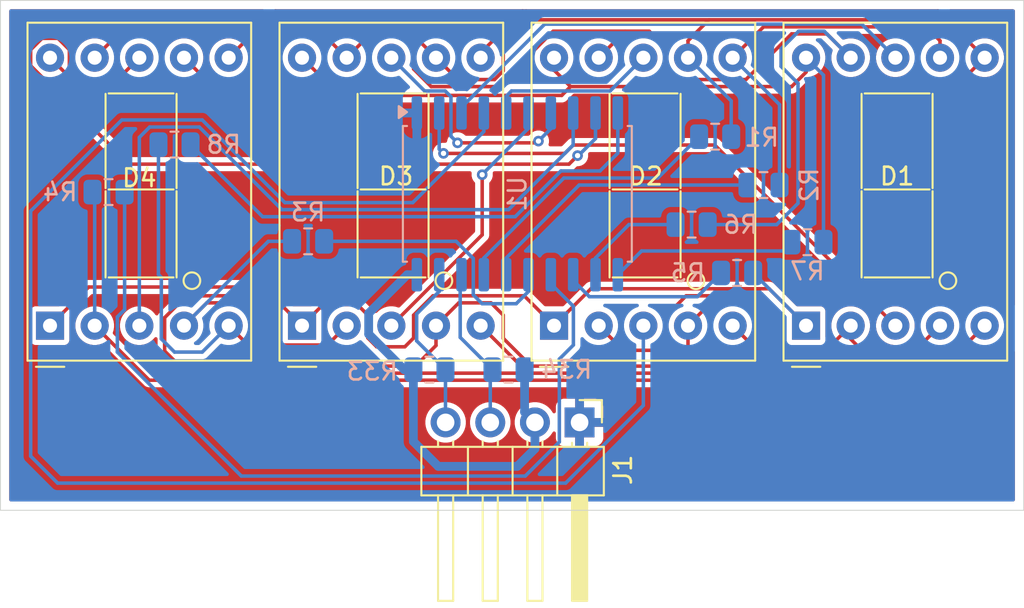
<source format=kicad_pcb>
(kicad_pcb (version 20241229) (generator "pcbnew") (generator_version "9.0")
  (layers (0 "F.Cu" signal) (2 "B.Cu" signal) (13 "F.Paste" user) (15 "B.Paste" user) (5 "F.SilkS" user "F.Silkscreen") (7 "B.SilkS" user "B.Silkscreen") (1 "F.Mask" user) (3 "B.Mask" user) (25 "Edge.Cuts" user))
  (net 0 "")
  (net 1 "Net-(U1-ROW0)")
  (net 2 "Net-(U1-ROW1)")
  (net 3 "Net-(U1-ROW2)")
  (net 4 "Net-(U1-ROW3)")
  (net 5 "Net-(U1-COM0)")
  (net 6 "Net-(U1-COM1)")
  (net 7 "Net-(U1-ROW4)")
  (net 8 "Net-(U1-ROW5)")
  (net 9 "Net-(U1-ROW6)")
  (net 10 "Net-(U1-ROW7)")
  (net 11 "Net-(U1-COM3)")
  (net 12 "Net-(U1-COM2)")
  (net 13 "Net-(U1-COM5)")
  (net 14 "Net-(U1-COM4)")
  (net 15 "Net-(U1-COM6)")
  (net 16 "Net-(U1-COM7)")
  (net 17 "/sda")
  (net 18 "VCC")
  (net 19 "GND")
  (net 20 "/scl")
  (net 21 "/segment-A")
  (net 22 "/segment-B")
  (net 23 "/segment-C")
  (net 24 "/segment-D")
  (net 25 "/segment-E")
  (net 26 "/segment-F")
  (net 27 "/segment-G")
  (net 28 "/DP")
  (footprint "Display_7Segment:D1X8K" (layer "F.Cu") (at 135.42 111.4975 90)
    (property "Reference" "D4" (at 8.3975 5.08 180) (layer "F.SilkS"))
    (property "Value" "D168K")
    (fp_line (start 17.23 -1.28) (end -1.99 -1.28) (stroke (width 0.12)) (layer "F.SilkS"))
    (fp_line (start 17.23 -1.28) (end 17.23 11.44) (stroke (width 0.12)) (layer "F.SilkS"))
    (fp_line (start -1.99 -1.28) (end -1.99 11.44) (stroke (width 0.12)) (layer "F.SilkS"))
    (fp_line (start -2.34 -0.8) (end -2.34 0.81) (stroke (width 0.12)) (layer "F.SilkS"))
    (fp_line (start 13.1832 3.1594) (end 7.8238 3.1594) (stroke (width 0.12)) (layer "F.SilkS"))
    (fp_line (start 7.646 3.1594) (end 2.7438 3.1594) (stroke (width 0.12)) (layer "F.SilkS"))
    (fp_line (start 13.2086 3.3372) (end 13.2086 7.0202) (stroke (width 0.12)) (layer "F.SilkS"))
    (fp_line (start 7.7476 3.3372) (end 7.7476 7.0202) (stroke (width 0.12)) (layer "F.SilkS"))
    (fp_line (start 2.7438 3.3372) (end 2.7438 7.0202) (stroke (width 0.12)) (layer "F.SilkS"))
    (fp_line (start 13.1832 7.198) (end 7.8238 7.198) (stroke (width 0.12)) (layer "F.SilkS"))
    (fp_line (start 7.646 7.198) (end 2.7438 7.198) (stroke (width 0.12)) (layer "F.SilkS"))
    (fp_line (start 17.23 11.44) (end -1.99 11.44) (stroke (width 0.12)) (layer "F.SilkS"))
    (fp_circle (center 2.557533 8.07) (end 2.836933 7.689) (stroke (width 0.12)) (fill no) (layer "F.SilkS"))
    (pad "1" thru_hole rect (at 0 0) (size 1.6 1.6) (drill 0.8) (layers "*.Cu" "*.Mask") (net 25 "/segment-E"))
    (pad "2" thru_hole circle (at 0 2.54) (size 1.6 1.6) (drill 0.8) (layers "*.Cu" "*.Mask") (net 24 "/segment-D"))
    (pad "3" thru_hole circle (at 0 5.08) (size 1.6 1.6) (drill 0.8) (layers "*.Cu" "*.Mask") (net 15 "Net-(U1-COM6)"))
    (pad "4" thru_hole circle (at 0 7.62) (size 1.6 1.6) (drill 0.8) (layers "*.Cu" "*.Mask") (net 23 "/segment-C"))
    (pad "5" thru_hole circle (at 0 10.16) (size 1.6 1.6) (drill 0.8) (layers "*.Cu" "*.Mask") (net 28 "/DP"))
    (pad "6" thru_hole circle (at 15.24 10.16) (size 1.6 1.6) (drill 0.8) (layers "*.Cu" "*.Mask") (net 22 "/segment-B"))
    (pad "7" thru_hole circle (at 15.24 7.62) (size 1.6 1.6) (drill 0.8) (layers "*.Cu" "*.Mask") (net 21 "/segment-A"))
    (pad "8" thru_hole circle (at 15.24 5.08) (size 1.6 1.6) (drill 0.8) (layers "*.Cu" "*.Mask") (net 16 "Net-(U1-COM7)"))
    (pad "9" thru_hole circle (at 15.24 2.54) (size 1.6 1.6) (drill 0.8) (layers "*.Cu" "*.Mask") (net 26 "/segment-F"))
    (pad "10" thru_hole circle (at 15.24 0) (size 1.6 1.6) (drill 0.8) (layers "*.Cu" "*.Mask") (net 27 "/segment-G"))
  )
  (footprint "Display_7Segment:D1X8K" (layer "F.Cu") (at 178.42 111.4975 90)
    (property "Reference" "D1" (at 8.4975 5.18 180) (layer "F.SilkS"))
    (property "Value" "D168K")
    (fp_line (start 17.23 -1.28) (end -1.99 -1.28) (stroke (width 0.12)) (layer "F.SilkS"))
    (fp_line (start 17.23 -1.28) (end 17.23 11.44) (stroke (width 0.12)) (layer "F.SilkS"))
    (fp_line (start -1.99 -1.28) (end -1.99 11.44) (stroke (width 0.12)) (layer "F.SilkS"))
    (fp_line (start -2.34 -0.8) (end -2.34 0.81) (stroke (width 0.12)) (layer "F.SilkS"))
    (fp_line (start 13.1832 3.1594) (end 7.8238 3.1594) (stroke (width 0.12)) (layer "F.SilkS"))
    (fp_line (start 7.646 3.1594) (end 2.7438 3.1594) (stroke (width 0.12)) (layer "F.SilkS"))
    (fp_line (start 13.2086 3.3372) (end 13.2086 7.0202) (stroke (width 0.12)) (layer "F.SilkS"))
    (fp_line (start 7.7476 3.3372) (end 7.7476 7.0202) (stroke (width 0.12)) (layer "F.SilkS"))
    (fp_line (start 2.7438 3.3372) (end 2.7438 7.0202) (stroke (width 0.12)) (layer "F.SilkS"))
    (fp_line (start 13.1832 7.198) (end 7.8238 7.198) (stroke (width 0.12)) (layer "F.SilkS"))
    (fp_line (start 7.646 7.198) (end 2.7438 7.198) (stroke (width 0.12)) (layer "F.SilkS"))
    (fp_line (start 17.23 11.44) (end -1.99 11.44) (stroke (width 0.12)) (layer "F.SilkS"))
    (fp_circle (center 2.557533 8.07) (end 2.836933 7.689) (stroke (width 0.12)) (fill no) (layer "F.SilkS"))
    (pad "1" thru_hole rect (at 0 0) (size 1.6 1.6) (drill 0.8) (layers "*.Cu" "*.Mask") (net 25 "/segment-E"))
    (pad "2" thru_hole circle (at 0 2.54) (size 1.6 1.6) (drill 0.8) (layers "*.Cu" "*.Mask") (net 24 "/segment-D"))
    (pad "3" thru_hole circle (at 0 5.08) (size 1.6 1.6) (drill 0.8) (layers "*.Cu" "*.Mask") (net 5 "Net-(U1-COM0)"))
    (pad "4" thru_hole circle (at 0 7.62) (size 1.6 1.6) (drill 0.8) (layers "*.Cu" "*.Mask") (net 23 "/segment-C"))
    (pad "5" thru_hole circle (at 0 10.16) (size 1.6 1.6) (drill 0.8) (layers "*.Cu" "*.Mask") (net 28 "/DP"))
    (pad "6" thru_hole circle (at 15.24 10.16) (size 1.6 1.6) (drill 0.8) (layers "*.Cu" "*.Mask") (net 22 "/segment-B"))
    (pad "7" thru_hole circle (at 15.24 7.62) (size 1.6 1.6) (drill 0.8) (layers "*.Cu" "*.Mask") (net 21 "/segment-A"))
    (pad "8" thru_hole circle (at 15.24 5.08) (size 1.6 1.6) (drill 0.8) (layers "*.Cu" "*.Mask") (net 6 "Net-(U1-COM1)"))
    (pad "9" thru_hole circle (at 15.24 2.54) (size 1.6 1.6) (drill 0.8) (layers "*.Cu" "*.Mask") (net 26 "/segment-F"))
    (pad "10" thru_hole circle (at 15.24 0) (size 1.6 1.6) (drill 0.8) (layers "*.Cu" "*.Mask") (net 27 "/segment-G"))
  )
  (footprint "Display_7Segment:D1X8K" (layer "F.Cu") (at 149.753333 111.4975 90)
    (property "Reference" "D3" (at 8.4975 5.346667 180) (layer "F.SilkS"))
    (property "Value" "D168K")
    (fp_line (start 17.23 -1.28) (end -1.99 -1.28) (stroke (width 0.12)) (layer "F.SilkS"))
    (fp_line (start 17.23 -1.28) (end 17.23 11.44) (stroke (width 0.12)) (layer "F.SilkS"))
    (fp_line (start -1.99 -1.28) (end -1.99 11.44) (stroke (width 0.12)) (layer "F.SilkS"))
    (fp_line (start -2.34 -0.8) (end -2.34 0.81) (stroke (width 0.12)) (layer "F.SilkS"))
    (fp_line (start 13.1832 3.1594) (end 7.8238 3.1594) (stroke (width 0.12)) (layer "F.SilkS"))
    (fp_line (start 7.646 3.1594) (end 2.7438 3.1594) (stroke (width 0.12)) (layer "F.SilkS"))
    (fp_line (start 13.2086 3.3372) (end 13.2086 7.0202) (stroke (width 0.12)) (layer "F.SilkS"))
    (fp_line (start 7.7476 3.3372) (end 7.7476 7.0202) (stroke (width 0.12)) (layer "F.SilkS"))
    (fp_line (start 2.7438 3.3372) (end 2.7438 7.0202) (stroke (width 0.12)) (layer "F.SilkS"))
    (fp_line (start 13.1832 7.198) (end 7.8238 7.198) (stroke (width 0.12)) (layer "F.SilkS"))
    (fp_line (start 7.646 7.198) (end 2.7438 7.198) (stroke (width 0.12)) (layer "F.SilkS"))
    (fp_line (start 17.23 11.44) (end -1.99 11.44) (stroke (width 0.12)) (layer "F.SilkS"))
    (fp_circle (center 2.557533 8.07) (end 2.836933 7.689) (stroke (width 0.12)) (fill no) (layer "F.SilkS"))
    (pad "1" thru_hole rect (at 0 0) (size 1.6 1.6) (drill 0.8) (layers "*.Cu" "*.Mask") (net 25 "/segment-E"))
    (pad "2" thru_hole circle (at 0 2.54) (size 1.6 1.6) (drill 0.8) (layers "*.Cu" "*.Mask") (net 24 "/segment-D"))
    (pad "3" thru_hole circle (at 0 5.08) (size 1.6 1.6) (drill 0.8) (layers "*.Cu" "*.Mask") (net 14 "Net-(U1-COM4)"))
    (pad "4" thru_hole circle (at 0 7.62) (size 1.6 1.6) (drill 0.8) (layers "*.Cu" "*.Mask") (net 23 "/segment-C"))
    (pad "5" thru_hole circle (at 0 10.16) (size 1.6 1.6) (drill 0.8) (layers "*.Cu" "*.Mask") (net 28 "/DP"))
    (pad "6" thru_hole circle (at 15.24 10.16) (size 1.6 1.6) (drill 0.8) (layers "*.Cu" "*.Mask") (net 22 "/segment-B"))
    (pad "7" thru_hole circle (at 15.24 7.62) (size 1.6 1.6) (drill 0.8) (layers "*.Cu" "*.Mask") (net 21 "/segment-A"))
    (pad "8" thru_hole circle (at 15.24 5.08) (size 1.6 1.6) (drill 0.8) (layers "*.Cu" "*.Mask") (net 13 "Net-(U1-COM5)"))
    (pad "9" thru_hole circle (at 15.24 2.54) (size 1.6 1.6) (drill 0.8) (layers "*.Cu" "*.Mask") (net 26 "/segment-F"))
    (pad "10" thru_hole circle (at 15.24 0) (size 1.6 1.6) (drill 0.8) (layers "*.Cu" "*.Mask") (net 27 "/segment-G"))
  )
  (footprint "Display_7Segment:D1X8K" (layer "F.Cu") (at 164.086667 111.4975 90)
    (property "Reference" "D2" (at 8.4975 5.213333 180) (layer "F.SilkS"))
    (property "Value" "D168K")
    (fp_line (start 17.23 -1.28) (end -1.99 -1.28) (stroke (width 0.12)) (layer "F.SilkS"))
    (fp_line (start 17.23 -1.28) (end 17.23 11.44) (stroke (width 0.12)) (layer "F.SilkS"))
    (fp_line (start -1.99 -1.28) (end -1.99 11.44) (stroke (width 0.12)) (layer "F.SilkS"))
    (fp_line (start -2.34 -0.8) (end -2.34 0.81) (stroke (width 0.12)) (layer "F.SilkS"))
    (fp_line (start 13.1832 3.1594) (end 7.8238 3.1594) (stroke (width 0.12)) (layer "F.SilkS"))
    (fp_line (start 7.646 3.1594) (end 2.7438 3.1594) (stroke (width 0.12)) (layer "F.SilkS"))
    (fp_line (start 13.2086 3.3372) (end 13.2086 7.0202) (stroke (width 0.12)) (layer "F.SilkS"))
    (fp_line (start 7.7476 3.3372) (end 7.7476 7.0202) (stroke (width 0.12)) (layer "F.SilkS"))
    (fp_line (start 2.7438 3.3372) (end 2.7438 7.0202) (stroke (width 0.12)) (layer "F.SilkS"))
    (fp_line (start 13.1832 7.198) (end 7.8238 7.198) (stroke (width 0.12)) (layer "F.SilkS"))
    (fp_line (start 7.646 7.198) (end 2.7438 7.198) (stroke (width 0.12)) (layer "F.SilkS"))
    (fp_line (start 17.23 11.44) (end -1.99 11.44) (stroke (width 0.12)) (layer "F.SilkS"))
    (fp_circle (center 2.557533 8.07) (end 2.836933 7.689) (stroke (width 0.12)) (fill no) (layer "F.SilkS"))
    (pad "1" thru_hole rect (at 0 0) (size 1.6 1.6) (drill 0.8) (layers "*.Cu" "*.Mask") (net 25 "/segment-E"))
    (pad "2" thru_hole circle (at 0 2.54) (size 1.6 1.6) (drill 0.8) (layers "*.Cu" "*.Mask") (net 24 "/segment-D"))
    (pad "3" thru_hole circle (at 0 5.08) (size 1.6 1.6) (drill 0.8) (layers "*.Cu" "*.Mask") (net 12 "Net-(U1-COM2)"))
    (pad "4" thru_hole circle (at 0 7.62) (size 1.6 1.6) (drill 0.8) (layers "*.Cu" "*.Mask") (net 23 "/segment-C"))
    (pad "5" thru_hole circle (at 0 10.16) (size 1.6 1.6) (drill 0.8) (layers "*.Cu" "*.Mask") (net 28 "/DP"))
    (pad "6" thru_hole circle (at 15.24 10.16) (size 1.6 1.6) (drill 0.8) (layers "*.Cu" "*.Mask") (net 22 "/segment-B"))
    (pad "7" thru_hole circle (at 15.24 7.62) (size 1.6 1.6) (drill 0.8) (layers "*.Cu" "*.Mask") (net 21 "/segment-A"))
    (pad "8" thru_hole circle (at 15.24 5.08) (size 1.6 1.6) (drill 0.8) (layers "*.Cu" "*.Mask") (net 11 "Net-(U1-COM3)"))
    (pad "9" thru_hole circle (at 15.24 2.54) (size 1.6 1.6) (drill 0.8) (layers "*.Cu" "*.Mask") (net 26 "/segment-F"))
    (pad "10" thru_hole circle (at 15.24 0) (size 1.6 1.6) (drill 0.8) (layers "*.Cu" "*.Mask") (net 27 "/segment-G"))
  )
  (footprint "Connector_PinHeader_2.54mm:PinHeader_1x04_P2.54mm_Horizontal" (layer "F.Cu") (at 165.54 117 -90)
    (property "Reference" "J1" (at 2.7 -2.46 90) (layer "F.SilkS"))
    (property "Value" "Conn_01x04")
    (fp_line (start 1.39 9) (end 4.15 9) (stroke (width 0.12)) (layer "F.SilkS"))
    (fp_line (start 4.15 9) (end 4.15 -1.38) (stroke (width 0.12)) (layer "F.SilkS"))
    (fp_line (start 1.077358 8.05) (end 1.39 8.05) (stroke (width 0.12)) (layer "F.SilkS"))
    (fp_line (start 10.15 8.05) (end 4.15 8.05) (stroke (width 0.12)) (layer "F.SilkS"))
    (fp_line (start 1.077358 7.19) (end 1.39 7.19) (stroke (width 0.12)) (layer "F.SilkS"))
    (fp_line (start 4.15 7.19) (end 10.15 7.19) (stroke (width 0.12)) (layer "F.SilkS"))
    (fp_line (start 10.15 7.19) (end 10.15 8.05) (stroke (width 0.12)) (layer "F.SilkS"))
    (fp_line (start 1.39 6.35) (end 4.15 6.35) (stroke (width 0.12)) (layer "F.SilkS"))
    (fp_line (start 1.077358 5.51) (end 1.39 5.51) (stroke (width 0.12)) (layer "F.SilkS"))
    (fp_line (start 10.15 5.51) (end 4.15 5.51) (stroke (width 0.12)) (layer "F.SilkS"))
    (fp_line (start 1.077358 4.65) (end 1.39 4.65) (stroke (width 0.12)) (layer "F.SilkS"))
    (fp_line (start 4.15 4.65) (end 10.15 4.65) (stroke (width 0.12)) (layer "F.SilkS"))
    (fp_line (start 10.15 4.65) (end 10.15 5.51) (stroke (width 0.12)) (layer "F.SilkS"))
    (fp_line (start 1.39 3.81) (end 4.15 3.81) (stroke (width 0.12)) (layer "F.SilkS"))
    (fp_line (start 1.077358 2.97) (end 1.39 2.97) (stroke (width 0.12)) (layer "F.SilkS"))
    (fp_line (start 10.15 2.97) (end 4.15 2.97) (stroke (width 0.12)) (layer "F.SilkS"))
    (fp_line (start 1.077358 2.11) (end 1.39 2.11) (stroke (width 0.12)) (layer "F.SilkS"))
    (fp_line (start 4.15 2.11) (end 10.15 2.11) (stroke (width 0.12)) (layer "F.SilkS"))
    (fp_line (start 10.15 2.11) (end 10.15 2.97) (stroke (width 0.12)) (layer "F.SilkS"))
    (fp_line (start 1.39 1.27) (end 4.15 1.27) (stroke (width 0.12)) (layer "F.SilkS"))
    (fp_line (start 1.16 0.43) (end 1.39 0.43) (stroke (width 0.12)) (layer "F.SilkS"))
    (fp_line (start -1.27 0) (end -1.27 -1.27) (stroke (width 0.12)) (layer "F.SilkS"))
    (fp_line (start 1.16 -0.43) (end 1.39 -0.43) (stroke (width 0.12)) (layer "F.SilkS"))
    (fp_line (start -1.27 -1.27) (end 0 -1.27) (stroke (width 0.12)) (layer "F.SilkS"))
    (fp_line (start 1.39 -1.38) (end 1.39 9) (stroke (width 0.12)) (layer "F.SilkS"))
    (fp_line (start 4.15 -1.38) (end 1.39 -1.38) (stroke (width 0.12)) (layer "F.SilkS"))
    (fp_rect (start 4.15 -0.43) (end 10.15 0.43) (stroke (width 0.12)) (fill yes) (layer "F.SilkS"))
    (pad "1" thru_hole rect (at 0 0 270) (size 1.7 1.7) (drill 1) (layers "*.Cu" "*.Mask") (net 19 "GND"))
    (pad "2" thru_hole circle (at 0 2.54 270) (size 1.7 1.7) (drill 1) (layers "*.Cu" "*.Mask") (net 18 "VCC"))
    (pad "3" thru_hole circle (at 0 5.08 270) (size 1.7 1.7) (drill 1) (layers "*.Cu" "*.Mask") (net 20 "/scl"))
    (pad "4" thru_hole circle (at 0 7.62 270) (size 1.7 1.7) (drill 1) (layers "*.Cu" "*.Mask") (net 17 "/sda"))
  )
  (footprint "Package_SO:SOP-20_7.5x12.8mm_P1.27mm" (layer "B.Cu") (at 162 104 -90)
    (property "Reference" "U1" (at 0 0 90) (layer "B.SilkS") (effects (justify mirror)))
    (property "Value" "~")
    (fp_line (start -3.86 6.51) (end -3.86 6.275) (stroke (width 0.12)) (layer "B.SilkS"))
    (fp_line (start 0 6.51) (end -3.86 6.51) (stroke (width 0.12)) (layer "B.SilkS"))
    (fp_line (start 0 6.51) (end 3.86 6.51) (stroke (width 0.12)) (layer "B.SilkS"))
    (fp_line (start 3.86 6.51) (end 3.86 6.275) (stroke (width 0.12)) (layer "B.SilkS"))
    (fp_line (start -3.86 -6.51) (end -3.86 -6.275) (stroke (width 0.12)) (layer "B.SilkS"))
    (fp_line (start 0 -6.51) (end -3.86 -6.51) (stroke (width 0.12)) (layer "B.SilkS"))
    (fp_line (start 0 -6.51) (end 3.86 -6.51) (stroke (width 0.12)) (layer "B.SilkS"))
    (fp_line (start 3.86 -6.51) (end 3.86 -6.275) (stroke (width 0.12)) (layer "B.SilkS"))
    (fp_poly (pts (xy -4.65 6.275) (xy -4.99 6.745) (xy -4.31 6.745)) (stroke (width 0.12)) (fill yes) (layer "B.SilkS"))
    (pad "1" smd roundrect (at -4.6 5.715 270) (size 1.9 0.6) (layers "B.Cu" "B.Mask" "B.Paste") (net 19 "GND"))
    (pad "2" smd roundrect (at -4.6 4.445 270) (size 1.9 0.6) (layers "B.Cu" "B.Mask" "B.Paste") (net 5 "Net-(U1-COM0)"))
    (pad "3" smd roundrect (at -4.6 3.175 270) (size 1.9 0.6) (layers "B.Cu" "B.Mask" "B.Paste") (net 6 "Net-(U1-COM1)"))
    (pad "4" smd roundrect (at -4.6 1.905 270) (size 1.9 0.6) (layers "B.Cu" "B.Mask" "B.Paste") (net 12 "Net-(U1-COM2)"))
    (pad "5" smd roundrect (at -4.6 0.635 270) (size 1.9 0.6) (layers "B.Cu" "B.Mask" "B.Paste") (net 11 "Net-(U1-COM3)"))
    (pad "6" smd roundrect (at -4.6 -0.635 270) (size 1.9 0.6) (layers "B.Cu" "B.Mask" "B.Paste") (net 14 "Net-(U1-COM4)"))
    (pad "7" smd roundrect (at -4.6 -1.905 270) (size 1.9 0.6) (layers "B.Cu" "B.Mask" "B.Paste") (net 13 "Net-(U1-COM5)"))
    (pad "8" smd roundrect (at -4.6 -3.175 270) (size 1.9 0.6) (layers "B.Cu" "B.Mask" "B.Paste") (net 15 "Net-(U1-COM6)"))
    (pad "9" smd roundrect (at -4.6 -4.445 270) (size 1.9 0.6) (layers "B.Cu" "B.Mask" "B.Paste") (net 16 "Net-(U1-COM7)"))
    (pad "10" smd roundrect (at -4.6 -5.715 270) (size 1.9 0.6) (layers "B.Cu" "B.Mask" "B.Paste") (net 10 "Net-(U1-ROW7)"))
    (pad "11" smd roundrect (at 4.6 -5.715 270) (size 1.9 0.6) (layers "B.Cu" "B.Mask" "B.Paste") (net 9 "Net-(U1-ROW6)"))
    (pad "12" smd roundrect (at 4.6 -4.445 270) (size 1.9 0.6) (layers "B.Cu" "B.Mask" "B.Paste") (net 8 "Net-(U1-ROW5)"))
    (pad "13" smd roundrect (at 4.6 -3.175 270) (size 1.9 0.6) (layers "B.Cu" "B.Mask" "B.Paste") (net 7 "Net-(U1-ROW4)"))
    (pad "14" smd roundrect (at 4.6 -1.905 270) (size 1.9 0.6) (layers "B.Cu" "B.Mask" "B.Paste") (net 4 "Net-(U1-ROW3)"))
    (pad "15" smd roundrect (at 4.6 -0.635 270) (size 1.9 0.6) (layers "B.Cu" "B.Mask" "B.Paste") (net 3 "Net-(U1-ROW2)"))
    (pad "16" smd roundrect (at 4.6 0.635 270) (size 1.9 0.6) (layers "B.Cu" "B.Mask" "B.Paste") (net 2 "Net-(U1-ROW1)"))
    (pad "17" smd roundrect (at 4.6 1.905 270) (size 1.9 0.6) (layers "B.Cu" "B.Mask" "B.Paste") (net 1 "Net-(U1-ROW0)"))
    (pad "18" smd roundrect (at 4.6 3.175 270) (size 1.9 0.6) (layers "B.Cu" "B.Mask" "B.Paste") (net 20 "/scl"))
    (pad "19" smd roundrect (at 4.6 4.445 270) (size 1.9 0.6) (layers "B.Cu" "B.Mask" "B.Paste") (net 17 "/sda"))
    (pad "20" smd roundrect (at 4.6 5.715 270) (size 1.9 0.6) (layers "B.Cu" "B.Mask" "B.Paste") (net 18 "VCC"))
  )
  (footprint "Resistor_SMD:R_0805_2012Metric" (layer "B.Cu") (at 161.5 114)
    (property "Reference" "R34" (at 3.3 0 0) (layer "B.SilkS") (effects (justify mirror)))
    (property "Value" "3.3kΩ")
    (fp_line (start -0.227064 -0.735) (end 0.227064 -0.735) (stroke (width 0.12)) (layer "B.SilkS"))
    (fp_line (start -0.227064 0.735) (end 0.227064 0.735) (stroke (width 0.12)) (layer "B.SilkS"))
    (pad "1" smd roundrect (at -0.9125 0) (size 1.025 1.4) (layers "B.Cu" "B.Mask" "B.Paste") (roundrect_rratio 0.243902) (net 20 "/scl"))
    (pad "2" smd roundrect (at 0.9125 0) (size 1.025 1.4) (layers "B.Cu" "B.Mask" "B.Paste") (roundrect_rratio 0.243902) (net 18 "VCC"))
  )
  (footprint "Resistor_SMD:R_0805_2012Metric" (layer "B.Cu") (at 171.9125 105.75)
    (property "Reference" "R6" (at 2.7875 0 0) (layer "B.SilkS") (effects (justify mirror)))
    (property "Value" "220Ω")
    (fp_line (start -0.227064 -0.735) (end 0.227064 -0.735) (stroke (width 0.12)) (layer "B.SilkS"))
    (fp_line (start -0.227064 0.735) (end 0.227064 0.735) (stroke (width 0.12)) (layer "B.SilkS"))
    (pad "1" smd roundrect (at -0.9125 0) (size 1.025 1.4) (layers "B.Cu" "B.Mask" "B.Paste") (roundrect_rratio 0.243902) (net 8 "Net-(U1-ROW5)"))
    (pad "2" smd roundrect (at 0.9125 0) (size 1.025 1.4) (layers "B.Cu" "B.Mask" "B.Paste") (roundrect_rratio 0.243902) (net 26 "/segment-F"))
  )
  (footprint "Resistor_SMD:R_0805_2012Metric" (layer "B.Cu") (at 173.25 100.75)
    (property "Reference" "R1" (at 2.65 0.05 0) (layer "B.SilkS") (effects (justify mirror)))
    (property "Value" "220Ω")
    (fp_line (start -0.227064 -0.735) (end 0.227064 -0.735) (stroke (width 0.12)) (layer "B.SilkS"))
    (fp_line (start -0.227064 0.735) (end 0.227064 0.735) (stroke (width 0.12)) (layer "B.SilkS"))
    (pad "1" smd roundrect (at -0.9125 0) (size 1.025 1.4) (layers "B.Cu" "B.Mask" "B.Paste") (roundrect_rratio 0.243902) (net 1 "Net-(U1-ROW0)"))
    (pad "2" smd roundrect (at 0.9125 0) (size 1.025 1.4) (layers "B.Cu" "B.Mask" "B.Paste") (roundrect_rratio 0.243902) (net 21 "/segment-A"))
  )
  (footprint "Resistor_SMD:R_0805_2012Metric" (layer "B.Cu") (at 174.5 108.5)
    (property "Reference" "R5" (at -2.8 0 0) (layer "B.SilkS") (effects (justify mirror)))
    (property "Value" "220Ω")
    (fp_line (start -0.227064 -0.735) (end 0.227064 -0.735) (stroke (width 0.12)) (layer "B.SilkS"))
    (fp_line (start -0.227064 0.735) (end 0.227064 0.735) (stroke (width 0.12)) (layer "B.SilkS"))
    (pad "1" smd roundrect (at -0.9125 0) (size 1.025 1.4) (layers "B.Cu" "B.Mask" "B.Paste") (roundrect_rratio 0.243902) (net 7 "Net-(U1-ROW4)"))
    (pad "2" smd roundrect (at 0.9125 0) (size 1.025 1.4) (layers "B.Cu" "B.Mask" "B.Paste") (roundrect_rratio 0.243902) (net 25 "/segment-E"))
  )
  (footprint "Resistor_SMD:R_0805_2012Metric" (layer "B.Cu") (at 178.5 106.75)
    (property "Reference" "R7" (at 0 1.65 0) (layer "B.SilkS") (effects (justify mirror)))
    (property "Value" "220Ω")
    (fp_line (start -0.227064 -0.735) (end 0.227064 -0.735) (stroke (width 0.12)) (layer "B.SilkS"))
    (fp_line (start -0.227064 0.735) (end 0.227064 0.735) (stroke (width 0.12)) (layer "B.SilkS"))
    (pad "1" smd roundrect (at -0.9125 0) (size 1.025 1.4) (layers "B.Cu" "B.Mask" "B.Paste") (roundrect_rratio 0.243902) (net 9 "Net-(U1-ROW6)"))
    (pad "2" smd roundrect (at 0.9125 0) (size 1.025 1.4) (layers "B.Cu" "B.Mask" "B.Paste") (roundrect_rratio 0.243902) (net 27 "/segment-G"))
  )
  (footprint "Resistor_SMD:R_0805_2012Metric" (layer "B.Cu") (at 142.5 101.2 180)
    (property "Reference" "R8" (at -2.8 0 0) (layer "B.SilkS") (effects (justify mirror)))
    (property "Value" "220Ω")
    (fp_line (start -0.227064 0.735) (end 0.227064 0.735) (stroke (width 0.12)) (layer "B.SilkS"))
    (fp_line (start -0.227064 -0.735) (end 0.227064 -0.735) (stroke (width 0.12)) (layer "B.SilkS"))
    (pad "1" smd roundrect (at -0.9125 0 180) (size 1.025 1.4) (layers "B.Cu" "B.Mask" "B.Paste") (roundrect_rratio 0.243902) (net 10 "Net-(U1-ROW7)"))
    (pad "2" smd roundrect (at 0.9125 0 180) (size 1.025 1.4) (layers "B.Cu" "B.Mask" "B.Paste") (roundrect_rratio 0.243902) (net 28 "/DP"))
  )
  (footprint "Resistor_SMD:R_0805_2012Metric" (layer "B.Cu") (at 176 103.5)
    (property "Reference" "R2" (at 2.6 0 90) (layer "B.SilkS") (effects (justify mirror)))
    (property "Value" "220Ω")
    (fp_line (start -0.227064 -0.735) (end 0.227064 -0.735) (stroke (width 0.12)) (layer "B.SilkS"))
    (fp_line (start -0.227064 0.735) (end 0.227064 0.735) (stroke (width 0.12)) (layer "B.SilkS"))
    (pad "1" smd roundrect (at -0.9125 0) (size 1.025 1.4) (layers "B.Cu" "B.Mask" "B.Paste") (roundrect_rratio 0.243902) (net 2 "Net-(U1-ROW1)"))
    (pad "2" smd roundrect (at 0.9125 0) (size 1.025 1.4) (layers "B.Cu" "B.Mask" "B.Paste") (roundrect_rratio 0.243902) (net 22 "/segment-B"))
  )
  (footprint "Resistor_SMD:R_0805_2012Metric" (layer "B.Cu") (at 150.1 106.7 180)
    (property "Reference" "R3" (at 0 1.65 0) (layer "B.SilkS") (effects (justify mirror)))
    (property "Value" "220Ω")
    (fp_line (start -0.227064 0.735) (end 0.227064 0.735) (stroke (width 0.12)) (layer "B.SilkS"))
    (fp_line (start -0.227064 -0.735) (end 0.227064 -0.735) (stroke (width 0.12)) (layer "B.SilkS"))
    (pad "1" smd roundrect (at -0.9125 0 180) (size 1.025 1.4) (layers "B.Cu" "B.Mask" "B.Paste") (roundrect_rratio 0.243902) (net 3 "Net-(U1-ROW2)"))
    (pad "2" smd roundrect (at 0.9125 0 180) (size 1.025 1.4) (layers "B.Cu" "B.Mask" "B.Paste") (roundrect_rratio 0.243902) (net 23 "/segment-C"))
  )
  (footprint "Resistor_SMD:R_0805_2012Metric" (layer "B.Cu") (at 157 114 180)
    (property "Reference" "R33" (at 3.25 -0.1 0) (layer "B.SilkS") (effects (justify mirror)))
    (property "Value" "3.3kΩ")
    (fp_line (start -0.227064 0.735) (end 0.227064 0.735) (stroke (width 0.12)) (layer "B.SilkS"))
    (fp_line (start -0.227064 -0.735) (end 0.227064 -0.735) (stroke (width 0.12)) (layer "B.SilkS"))
    (pad "1" smd roundrect (at -0.9125 0 180) (size 1.025 1.4) (layers "B.Cu" "B.Mask" "B.Paste") (roundrect_rratio 0.243902) (net 17 "/sda"))
    (pad "2" smd roundrect (at 0.9125 0 180) (size 1.025 1.4) (layers "B.Cu" "B.Mask" "B.Paste") (roundrect_rratio 0.243902) (net 18 "VCC"))
  )
  (footprint "Resistor_SMD:R_0805_2012Metric" (layer "B.Cu") (at 138.75 103.9 180)
    (property "Reference" "R4" (at 2.75 0 0) (layer "B.SilkS") (effects (justify mirror)))
    (property "Value" "220Ω")
    (fp_line (start -0.227064 0.735) (end 0.227064 0.735) (stroke (width 0.12)) (layer "B.SilkS"))
    (fp_line (start -0.227064 -0.735) (end 0.227064 -0.735) (stroke (width 0.12)) (layer "B.SilkS"))
    (pad "1" smd roundrect (at -0.9125 0 180) (size 1.025 1.4) (layers "B.Cu" "B.Mask" "B.Paste") (roundrect_rratio 0.243902) (net 4 "Net-(U1-ROW3)"))
    (pad "2" smd roundrect (at 0.9125 0 180) (size 1.025 1.4) (layers "B.Cu" "B.Mask" "B.Paste") (roundrect_rratio 0.243902) (net 24 "/segment-D"))
  )
  (gr_rect (start 132.6 93) (end 190.8 122) (stroke (width 0.05)) (fill no) (layer "Edge.Cuts"))
  (segment (start 172.3375 100.75) (end 169.9875 103.1) (width 0.2) (layer "B.Cu") (net 1))
  (segment (start 169.9875 103.1) (end 164.645001 103.1) (width 0.2) (layer "B.Cu") (net 1))
  (segment (start 164.645001 103.1) (end 160.095 107.650001) (width 0.2) (layer "B.Cu") (net 1))
  (segment (start 160.095 107.650001) (end 160.095 108.6) (width 0.2) (layer "B.Cu") (net 1))
  (segment (start 161.365 107.650001) (end 161.365 108.6) (width 0.2) (layer "B.Cu") (net 2))
  (segment (start 175.0875 103.5) (end 165.515001 103.5) (width 0.2) (layer "B.Cu") (net 2))
  (segment (start 165.515001 103.5) (end 161.365 107.650001) (width 0.2) (layer "B.Cu") (net 2))
  (segment (start 161.934999 110.25) (end 162.635 109.549999) (width 0.2) (layer "B.Cu") (net 3))
  (segment (start 159.494 109.744) (end 160 110.25) (width 0.2) (layer "B.Cu") (net 3))
  (segment (start 151.0125 106.7) (end 158.516968 106.7) (width 0.2) (layer "B.Cu") (net 3))
  (segment (start 162.635 109.549999) (end 162.635 108.6) (width 0.2) (layer "B.Cu") (net 3))
  (segment (start 159.494 107.677032) (end 159.494 109.744) (width 0.2) (layer "B.Cu") (net 3))
  (segment (start 158.516968 106.7) (end 159.494 107.677032) (width 0.2) (layer "B.Cu") (net 3))
  (segment (start 160 110.25) (end 161.934999 110.25) (width 0.2) (layer "B.Cu") (net 3))
  (segment (start 139.25 113) (end 139.25 111) (width 0.2) (layer "B.Cu") (net 4))
  (segment (start 162.449 120.051) (end 146.301 120.051) (width 0.2) (layer "B.Cu") (net 4))
  (segment (start 165.187667 110.3965) (end 165.187667 112.5985) (width 0.2) (layer "B.Cu") (net 4))
  (segment (start 146.301 120.051) (end 139.25 113) (width 0.2) (layer "B.Cu") (net 4))
  (segment (start 163.905 108.6) (end 163.905 109.113833) (width 0.2) (layer "B.Cu") (net 4))
  (segment (start 165.187667 112.5985) (end 164.389 113.397167) (width 0.2) (layer "B.Cu") (net 4))
  (segment (start 163.905 109.113833) (end 165.187667 110.3965) (width 0.2) (layer "B.Cu") (net 4))
  (segment (start 164.389 118.111) (end 162.449 120.051) (width 0.2) (layer "B.Cu") (net 4))
  (segment (start 164.389 113.397167) (end 164.389 118.111) (width 0.2) (layer "B.Cu") (net 4))
  (segment (start 139.25 111) (end 139.6625 110.5875) (width 0.2) (layer "B.Cu") (net 4))
  (segment (start 139.6625 110.5875) (end 139.6625 103.9) (width 0.2) (layer "B.Cu") (net 4))
  (segment (start 157.802 101.701) (end 157.8 101.699) (width 0.2) (layer "F.Cu") (net 5))
  (segment (start 165.176057 101.224) (end 164.699057 101.701) (width 0.2) (layer "F.Cu") (net 5))
  (segment (start 164.699057 101.701) (end 157.802 101.701) (width 0.2) (layer "F.Cu") (net 5))
  (segment (start 173.2265 101.224) (end 165.176057 101.224) (width 0.2) (layer "F.Cu") (net 5))
  (segment (start 183.5 111.4975) (end 173.2265 101.224) (width 0.2) (layer "F.Cu") (net 5))
  (via (at 157.8 101.699) (size 0.6) (drill 0.3) (layers "F.Cu" "B.Cu") (net 5))
  (segment (start 157.8 101.699) (end 157.555 101.454) (width 0.2) (layer "B.Cu") (net 5))
  (segment (start 157.555 101.454) (end 157.555 99.4) (width 0.2) (layer "B.Cu") (net 5))
  (segment (start 181.5915 94.349) (end 163.554032 94.349) (width 0.2) (layer "B.Cu") (net 6))
  (segment (start 158.825 99.078032) (end 158.825 99.4) (width 0.2) (layer "B.Cu") (net 6))
  (segment (start 183.5 96.2575) (end 181.5915 94.349) (width 0.2) (layer "B.Cu") (net 6))
  (segment (start 163.554032 94.349) (end 158.825 99.078032) (width 0.2) (layer "B.Cu") (net 6))
  (segment (start 173.5875 108.5) (end 172.2365 109.851) (width 0.2) (layer "B.Cu") (net 7))
  (segment (start 172.2365 109.851) (end 166.101 109.851) (width 0.2) (layer "B.Cu") (net 7))
  (segment (start 166.101 109.851) (end 165.175 108.925) (width 0.2) (layer "B.Cu") (net 7))
  (segment (start 165.175 108.925) (end 165.175 108.6) (width 0.2) (layer "B.Cu") (net 7))
  (segment (start 166.445 107.650001) (end 166.445 108.6) (width 0.2) (layer "B.Cu") (net 8))
  (segment (start 171 105.75) (end 168.345001 105.75) (width 0.2) (layer "B.Cu") (net 8))
  (segment (start 168.345001 105.75) (end 166.445 107.650001) (width 0.2) (layer "B.Cu") (net 8))
  (segment (start 167.715 108.6) (end 169.065 107.25) (width 0.2) (layer "B.Cu") (net 9))
  (segment (start 177.0875 107.25) (end 177.5875 106.75) (width 0.2) (layer "B.Cu") (net 9))
  (segment (start 169.065 107.25) (end 177.0875 107.25) (width 0.2) (layer "B.Cu") (net 9))
  (segment (start 167.715 101.685) (end 167.715 99.4) (width 0.2) (layer "B.Cu") (net 10))
  (segment (start 164.478901 102.699) (end 166.701 102.699) (width 0.2) (layer "B.Cu") (net 10))
  (segment (start 147.5125 105.3) (end 161.877901 105.3) (width 0.2) (layer "B.Cu") (net 10))
  (segment (start 143.4125 101.2) (end 147.5125 105.3) (width 0.2) (layer "B.Cu") (net 10))
  (segment (start 161.877901 105.3) (end 164.478901 102.699) (width 0.2) (layer "B.Cu") (net 10))
  (segment (start 166.701 102.699) (end 167.715 101.685) (width 0.2) (layer "B.Cu") (net 10))
  (segment (start 161.365 98.450001) (end 161.365 99.4) (width 0.2) (layer "B.Cu") (net 11))
  (segment (start 161.666001 98.149) (end 161.365 98.450001) (width 0.2) (layer "B.Cu") (net 11))
  (segment (start 169.166667 96.2575) (end 167.275167 98.149) (width 0.2) (layer "B.Cu") (net 11))
  (segment (start 167.275167 98.149) (end 161.666001 98.149) (width 0.2) (layer "B.Cu") (net 11))
  (segment (start 148.77626 104.498) (end 144.07626 99.798) (width 0.2) (layer "B.Cu") (net 12))
  (segment (start 135.852 120.452) (end 164.748 120.452) (width 0.2) (layer "B.Cu") (net 12))
  (segment (start 160.095 99.4) (end 160.095 100.454943) (width 0.2) (layer "B.Cu") (net 12))
  (segment (start 164.748 120.452) (end 169.166667 116.033333) (width 0.2) (layer "B.Cu") (net 12))
  (segment (start 134.319 104.981) (end 134.319 118.919) (width 0.2) (layer "B.Cu") (net 12))
  (segment (start 139.502 99.798) (end 134.319 104.981) (width 0.2) (layer "B.Cu") (net 12))
  (segment (start 134.319 118.919) (end 135.852 120.452) (width 0.2) (layer "B.Cu") (net 12))
  (segment (start 160.095 100.454943) (end 156.051943 104.498) (width 0.2) (layer "B.Cu") (net 12))
  (segment (start 156.051943 104.498) (end 148.77626 104.498) (width 0.2) (layer "B.Cu") (net 12))
  (segment (start 169.166667 116.033333) (end 169.166667 111.4975) (width 0.2) (layer "B.Cu") (net 12))
  (segment (start 144.07626 99.798) (end 139.502 99.798) (width 0.2) (layer "B.Cu") (net 12))
  (segment (start 163.1 101.1) (end 163.2 101) (width 0.2) (layer "F.Cu") (net 13))
  (segment (start 158.6 101.1) (end 163.1 101.1) (width 0.2) (layer "F.Cu") (net 13))
  (via (at 158.6 101.1) (size 0.6) (drill 0.3) (layers "F.Cu" "B.Cu") (net 13))
  (via (at 163.2 101) (size 0.6) (drill 0.3) (layers "F.Cu" "B.Cu") (net 13))
  (segment (start 158.224 100.724) (end 158.6 101.1) (width 0.2) (layer "B.Cu") (net 13))
  (segment (start 158.224 100.390968) (end 158.224 100.724) (width 0.2) (layer "B.Cu") (net 13))
  (segment (start 163.2 101) (end 163.905 100.295) (width 0.2) (layer "B.Cu") (net 13))
  (segment (start 154.833333 96.2575) (end 156.724833 98.149) (width 0.2) (layer "B.Cu") (net 13))
  (segment (start 158.224 98.477032) (end 158.224 100.390968) (width 0.2) (layer "B.Cu") (net 13))
  (segment (start 157.895968 98.149) (end 158.224 98.477032) (width 0.2) (layer "B.Cu") (net 13))
  (segment (start 163.905 100.295) (end 163.905 99.4) (width 0.2) (layer "B.Cu") (net 13))
  (segment (start 156.724833 98.149) (end 157.895968 98.149) (width 0.2) (layer "B.Cu") (net 13))
  (segment (start 160 102.911759) (end 160 106.330833) (width 0.2) (layer "F.Cu") (net 14))
  (segment (start 160 106.330833) (end 154.833333 111.4975) (width 0.2) (layer "F.Cu") (net 14))
  (via (at 160 102.911759) (size 0.6) (drill 0.3) (layers "F.Cu" "B.Cu") (net 14))
  (segment (start 162.6 99.435) (end 162.635 99.4) (width 0.2) (layer "B.Cu") (net 14))
  (segment (start 160 102.911759) (end 160 102.9) (width 0.2) (layer "B.Cu") (net 14))
  (segment (start 160 102.9) (end 162.6 100.3) (width 0.2) (layer "B.Cu") (net 14))
  (segment (start 162.6 100.3) (end 162.6 99.435) (width 0.2) (layer "B.Cu") (net 14))
  (segment (start 140.5 100.78884) (end 140.5 111.4975) (width 0.2) (layer "B.Cu") (net 15))
  (segment (start 165.175 101.225) (end 161.501 104.899) (width 0.2) (layer "B.Cu") (net 15))
  (segment (start 148.61016 104.899) (end 143.91016 100.199) (width 0.2) (layer "B.Cu") (net 15))
  (segment (start 143.91016 100.199) (end 141.08984 100.199) (width 0.2) (layer "B.Cu") (net 15))
  (segment (start 161.501 104.899) (end 148.61016 104.899) (width 0.2) (layer "B.Cu") (net 15))
  (segment (start 141.08984 100.199) (end 140.5 100.78884) (width 0.2) (layer "B.Cu") (net 15))
  (segment (start 165.175 99.4) (end 165.175 101.225) (width 0.2) (layer "B.Cu") (net 15))
  (segment (start 134.96395 95.1565) (end 135.87605 95.1565) (width 0.2) (layer "F.Cu") (net 16))
  (segment (start 137.80845 98.001) (end 138.7565 98.001) (width 0.2) (layer "F.Cu") (net 16))
  (segment (start 134.319 95.80145) (end 134.96395 95.1565) (width 0.2) (layer "F.Cu") (net 16))
  (segment (start 136.521 95.80145) (end 136.521 96.71355) (width 0.2) (layer "F.Cu") (net 16))
  (segment (start 139.917209 102.311759) (end 134.319 96.71355) (width 0.2) (layer "F.Cu") (net 16))
  (segment (start 136.521 96.71355) (end 137.80845 98.001) (width 0.2) (layer "F.Cu") (net 16))
  (segment (start 138.7565 98.001) (end 140.5 96.2575) (width 0.2) (layer "F.Cu") (net 16))
  (segment (start 135.87605 95.1565) (end 136.521 95.80145) (width 0.2) (layer "F.Cu") (net 16))
  (segment (start 164.938241 102.311759) (end 139.917209 102.311759) (width 0.2) (layer "F.Cu") (net 16))
  (segment (start 134.319 96.71355) (end 134.319 95.80145) (width 0.2) (layer "F.Cu") (net 16))
  (segment (start 165.425 101.825) (end 164.938241 102.311759) (width 0.2) (layer "F.Cu") (net 16))
  (via (at 165.425 101.825) (size 0.6) (drill 0.3) (layers "F.Cu" "B.Cu") (net 16))
  (segment (start 165.425 101.825) (end 165.475 101.825) (width 0.2) (layer "B.Cu") (net 16))
  (segment (start 165.475 101.825) (end 166.445 100.855) (width 0.2) (layer "B.Cu") (net 16))
  (segment (start 166.445 100.855) (end 166.445 99.4) (width 0.2) (layer "B.Cu") (net 16))
  (segment (start 157.9125 114) (end 156.272333 112.359833) (width 0.2) (layer "B.Cu") (net 17))
  (segment (start 156.272333 110.832666) (end 157.555 109.549999) (width 0.2) (layer "B.Cu") (net 17))
  (segment (start 157.9125 116.9925) (end 157.92 117) (width 0.2) (layer "B.Cu") (net 17))
  (segment (start 157.555 109.549999) (end 157.555 108.6) (width 0.2) (layer "B.Cu") (net 17))
  (segment (start 156.272333 112.359833) (end 156.272333 110.832666) (width 0.2) (layer "B.Cu") (net 17))
  (segment (start 157.9125 114) (end 157.9125 116.9925) (width 0.2) (layer "B.Cu") (net 17))
  (segment (start 156.0875 118.0875) (end 156.0875 114) (width 0.5) (layer "B.Cu") (net 18))
  (segment (start 155.738666 108.6) (end 156.285 108.6) (width 0.5) (layer "B.Cu") (net 18))
  (segment (start 153.544333 110.794333) (end 155.738666 108.6) (width 0.5) (layer "B.Cu") (net 18))
  (segment (start 153.544333 110.794333) (end 153.544333 111.977682) (width 0.5) (layer "B.Cu") (net 18))
  (segment (start 157.5 119.5) (end 156.0875 118.0875) (width 0.5) (layer "B.Cu") (net 18))
  (segment (start 162.4125 116.4125) (end 163 117) (width 0.5) (layer "B.Cu") (net 18))
  (segment (start 163 117) (end 163 118.5) (width 0.5) (layer "B.Cu") (net 18))
  (segment (start 163 118.5) (end 162 119.5) (width 0.5) (layer "B.Cu") (net 18))
  (segment (start 153.544333 111.977682) (end 155.566651 114) (width 0.5) (layer "B.Cu") (net 18))
  (segment (start 155.566651 114) (end 156.0875 114) (width 0.5) (layer "B.Cu") (net 18))
  (segment (start 162.4125 114) (end 162.4125 116.4125) (width 0.5) (layer "B.Cu") (net 18))
  (segment (start 162 119.5) (end 157.5 119.5) (width 0.5) (layer "B.Cu") (net 18))
  (segment (start 165.54 120.24) (end 165.9 120.6) (width 0.2) (layer "F.Cu") (net 19))
  (segment (start 165.54 117) (end 165.54 120.24) (width 0.2) (layer "F.Cu") (net 19))
  (segment (start 160.46 117) (end 160.46 114.1275) (width 0.2) (layer "B.Cu") (net 20))
  (segment (start 158.75 112.1625) (end 158.75 108.675) (width 0.2) (layer "B.Cu") (net 20))
  (segment (start 160.46 114.1275) (end 160.5875 114) (width 0.2) (layer "B.Cu") (net 20))
  (segment (start 160.5875 114) (end 158.75 112.1625) (width 0.2) (layer "B.Cu") (net 20))
  (segment (start 158.75 108.675) (end 158.825 108.6) (width 0.2) (layer "B.Cu") (net 20))
  (segment (start 157.373333 96.2575) (end 158.615833 97.5) (width 0.2) (layer "F.Cu") (net 21))
  (segment (start 171.706667 95.293333) (end 172.899 94.101) (width 0.2) (layer "F.Cu") (net 21))
  (segment (start 146.101 97.6) (end 149.7 94.001) (width 0.2) (layer "F.Cu") (net 21))
  (segment (start 172.899 94.101) (end 184.851 94.101) (width 0.2) (layer "F.Cu") (net 21))
  (segment (start 144.3825 97.6) (end 146.101 97.6) (width 0.2) (layer "F.Cu") (net 21))
  (segment (start 149.7 94.001) (end 155.116833 94.001) (width 0.2) (layer "F.Cu") (net 21))
  (segment (start 171.706667 96.2575) (end 171.706667 95.293333) (width 0.2) (layer "F.Cu") (net 21))
  (segment (start 155.116833 94.001) (end 157.373333 96.2575) (width 0.2) (layer "F.Cu") (net 21))
  (segment (start 184.851 94.101) (end 186.04 95.29) (width 0.2) (layer "F.Cu") (net 21))
  (segment (start 162.399 94.101) (end 172.899 94.101) (width 0.2) (layer "F.Cu") (net 21))
  (segment (start 161.2 95.3) (end 162.399 94.101) (width 0.2) (layer "F.Cu") (net 21))
  (segment (start 186.04 95.29) (end 186.04 96.2575) (width 0.2) (layer "F.Cu") (net 21))
  (segment (start 160.7 97.5) (end 161.2 97) (width 0.2) (layer "F.Cu") (net 21))
  (segment (start 161.2 97) (end 161.2 95.3) (width 0.2) (layer "F.Cu") (net 21))
  (segment (start 158.615833 97.5) (end 160.7 97.5) (width 0.2) (layer "F.Cu") (net 21))
  (segment (start 143.04 96.2575) (end 144.3825 97.6) (width 0.2) (layer "F.Cu") (net 21))
  (segment (start 174.1625 100.75) (end 174.1625 98.713333) (width 0.2) (layer "B.Cu") (net 21))
  (segment (start 174.1625 98.713333) (end 171.706667 96.2575) (width 0.2) (layer "B.Cu") (net 21))
  (segment (start 145.58 96.2575) (end 148.2375 93.6) (width 0.2) (layer "F.Cu") (net 22))
  (segment (start 159.913333 96.2575) (end 159.913333 95.986667) (width 0.2) (layer "F.Cu") (net 22))
  (segment (start 184.75 96.75) (end 184.75 95.75) (width 0.2) (layer "F.Cu") (net 22))
  (segment (start 162.3 93.6) (end 148.2375 93.6) (width 0.2) (layer "F.Cu") (net 22))
  (segment (start 159.913333 95.986667) (end 162.3 93.6) (width 0.2) (layer "F.Cu") (net 22))
  (segment (start 184.75 95.75) (end 183.502 94.502) (width 0.2) (layer "F.Cu") (net 22))
  (segment (start 188.58 96.2575) (end 187.0875 97.75) (width 0.2) (layer "F.Cu") (net 22))
  (segment (start 188.58 96.2575) (end 185.9225 93.6) (width 0.2) (layer "F.Cu") (net 22))
  (segment (start 183.502 94.502) (end 176.002167 94.502) (width 0.2) (layer "F.Cu") (net 22))
  (segment (start 162.3 93.6) (end 162.5 93.6) (width 0.2) (layer "F.Cu") (net 22))
  (segment (start 187.0875 97.75) (end 185.75 97.75) (width 0.2) (layer "F.Cu") (net 22))
  (segment (start 185.75 97.75) (end 184.75 96.75) (width 0.2) (layer "F.Cu") (net 22))
  (segment (start 185.9225 93.6) (end 162.5 93.6) (width 0.2) (layer "F.Cu") (net 22))
  (segment (start 176.002167 94.502) (end 174.246667 96.2575) (width 0.2) (layer "F.Cu") (net 22))
  (segment (start 176.9125 103.5) (end 176.9125 98.923333) (width 0.2) (layer "B.Cu") (net 22))
  (segment (start 176.9125 98.923333) (end 174.246667 96.2575) (width 0.2) (layer "B.Cu") (net 22))
  (segment (start 162.781933 113.799) (end 161.2 112.217067) (width 0.2) (layer "F.Cu") (net 23))
  (segment (start 160.5 110.2) (end 158.670833 110.2) (width 0.2) (layer "F.Cu") (net 23))
  (segment (start 183.7375 113.8) (end 177.2 113.8) (width 0.2) (layer "F.Cu") (net 23))
  (segment (start 177.2 113.8) (end 175.7 112.3) (width 0.2) (layer "F.Cu") (net 23))
  (segment (start 144.3375 110.2) (end 146.135748 110.2) (width 0.2) (layer "F.Cu") (net 23))
  (segment (start 147 112.3504) (end 148.4486 113.799) (width 0.2) (layer "F.Cu") (net 23))
  (segment (start 186.04 111.4975) (end 183.7375 113.8) (width 0.2) (layer "F.Cu") (net 23))
  (segment (start 173.004167 110.2) (end 171.706667 111.4975) (width 0.2) (layer "F.Cu") (net 23))
  (segment (start 174.8 110.2) (end 173.004167 110.2) (width 0.2) (layer "F.Cu") (net 23))
  (segment (start 161.2 112.217067) (end 161.2 110.9) (width 0.2) (layer "F.Cu") (net 23))
  (segment (start 175.7 112.3) (end 175.7 111.1) (width 0.2) (layer "F.Cu") (net 23))
  (segment (start 175.7 111.1) (end 174.8 110.2) (width 0.2) (layer "F.Cu") (net 23))
  (segment (start 171.706667 113.093333) (end 171.001 113.799) (width 0.2) (layer "F.Cu") (net 23))
  (segment (start 171.706667 111.4975) (end 171.706667 113.093333) (width 0.2) (layer "F.Cu") (net 23))
  (segment (start 157.373333 112.626667) (end 157.373333 111.4975) (width 0.2) (layer "F.Cu") (net 23))
  (segment (start 146.135748 110.2) (end 147 111.064252) (width 0.2) (layer "F.Cu") (net 23))
  (segment (start 147 111.064252) (end 147 112.3504) (width 0.2) (layer "F.Cu") (net 23))
  (segment (start 148.4486 113.799) (end 156.201 113.799) (width 0.2) (layer "F.Cu") (net 23))
  (segment (start 171.001 113.799) (end 162.781933 113.799) (width 0.2) (layer "F.Cu") (net 23))
  (segment (start 158.670833 110.2) (end 157.373333 111.4975) (width 0.2) (layer "F.Cu") (net 23))
  (segment (start 161.2 110.9) (end 160.5 110.2) (width 0.2) (layer "F.Cu") (net 23))
  (segment (start 156.201 113.799) (end 157.373333 112.626667) (width 0.2) (layer "F.Cu") (net 23))
  (segment (start 143.04 111.4975) (end 144.3375 110.2) (width 0.2) (layer "F.Cu") (net 23))
  (segment (start 147.8375 106.7) (end 143.04 111.4975) (width 0.2) (layer "B.Cu") (net 23))
  (segment (start 149.1875 106.7) (end 147.8375 106.7) (width 0.2) (layer "B.Cu") (net 23))
  (segment (start 151.192333 112.5985) (end 147.8152 112.5985) (width 0.2) (layer "F.Cu") (net 24))
  (segment (start 185.44245 110.2) (end 184.7 110.94245) (width 0.2) (layer "F.Cu") (net 24))
  (segment (start 182.099 113.399) (end 180.96 112.26) (width 0.2) (layer "F.Cu") (net 24))
  (segment (start 190 112.5) (end 190 110.8) (width 0.2) (layer "F.Cu") (net 24))
  (segment (start 180.96 111.4975) (end 179.0585 113.399) (width 0.2) (layer "F.Cu") (net 24))
  (segment (start 170.5 110.9) (end 170.5 112.2) (width 0.2) (layer "F.Cu") (net 24))
  (segment (start 177.3661 113.399) (end 176.18355 112.21645) (width 0.2) (layer "F.Cu") (net 24))
  (segment (start 174.9661 109.799) (end 171.601 109.799) (width 0.2) (layer "F.Cu") (net 24))
  (segment (start 141.939 111.04145) (end 141.939 112.94) (width 0.2) (layer "F.Cu") (net 24))
  (segment (start 180.96 112.26) (end 180.96 111.4975) (width 0.2) (layer "F.Cu") (net 24))
  (segment (start 147.8152 112.5985) (end 147.8152 111.312352) (width 0.2) (layer "F.Cu") (net 24))
  (segment (start 143.18145 109.799) (end 141.939 111.04145) (width 0.2) (layer "F.Cu") (net 24))
  (segment (start 147.8152 111.312352) (end 146.301848 109.799) (width 0.2) (layer "F.Cu") (net 24))
  (segment (start 179.0585 113.399) (end 177.3661 113.399) (width 0.2) (layer "F.Cu") (net 24))
  (segment (start 146.301848 109.799) (end 143.18145 109.799) (width 0.2) (layer "F.Cu") (net 24))
  (segment (start 190 110.8) (end 189.4 110.2) (width 0.2) (layer "F.Cu") (net 24))
  (segment (start 141.939 112.94) (end 143.6 114.601) (width 0.2) (layer "F.Cu") (net 24))
  (segment (start 183.5714 113.399) (end 182.099 113.399) (width 0.2) (layer "F.Cu") (net 24))
  (segment (start 137.96 111.4975) (end 141.0635 114.601) (width 0.2) (layer "F.Cu") (net 24))
  (segment (start 184.7 112.2704) (end 183.5714 113.399) (width 0.2) (layer "F.Cu") (net 24))
  (segment (start 141.0635 114.601) (end 143.6 114.601) (width 0.2) (layer "F.Cu") (net 24))
  (segment (start 143.6 114.601) (end 187.899 114.601) (width 0.2) (layer "F.Cu") (net 24))
  (segment (start 168.029167 112.9) (end 166.626667 111.4975) (width 0.2) (layer "F.Cu") (net 24))
  (segment (start 176.18355 111.01645) (end 174.9661 109.799) (width 0.2) (layer "F.Cu") (net 24))
  (segment (start 152.293333 111.4975) (end 151.192333 112.5985) (width 0.2) (layer "F.Cu") (net 24))
  (segment (start 184.7 110.94245) (end 184.7 112.2704) (width 0.2) (layer "F.Cu") (net 24))
  (segment (start 169.8 112.9) (end 168.029167 112.9) (width 0.2) (layer "F.Cu") (net 24))
  (segment (start 189.4 110.2) (end 185.44245 110.2) (width 0.2) (layer "F.Cu") (net 24))
  (segment (start 170.5 112.2) (end 169.8 112.9) (width 0.2) (layer "F.Cu") (net 24))
  (segment (start 171.601 109.799) (end 170.5 110.9) (width 0.2) (layer "F.Cu") (net 24))
  (segment (start 176.18355 112.21645) (end 176.18355 111.01645) (width 0.2) (layer "F.Cu") (net 24))
  (segment (start 187.899 114.601) (end 190 112.5) (width 0.2) (layer "F.Cu") (net 24))
  (segment (start 137.96 111.4975) (end 137.96 104.0225) (width 0.2) (layer "B.Cu") (net 24))
  (segment (start 137.96 104.0225) (end 137.8375 103.9) (width 0.2) (layer "B.Cu") (net 24))
  (segment (start 166.186167 109.398) (end 164.086667 111.4975) (width 0.2) (layer "F.Cu") (net 25))
  (segment (start 156.1 110.9) (end 156.1 112.2) (width 0.2) (layer "F.Cu") (net 25))
  (segment (start 162.388167 109.799) (end 157.201 109.799) (width 0.2) (layer "F.Cu") (net 25))
  (segment (start 137.6175 109.3) (end 147.555833 109.3) (width 0.2) (layer "F.Cu") (net 25))
  (segment (start 153.5 112.2) (end 153.5 110.9) (width 0.2) (layer "F.Cu") (net 25))
  (segment (start 178.42 111.4975) (end 176.3205 109.398) (width 0.2) (layer "F.Cu") (net 25))
  (segment (start 153.5 110.9) (end 152.9 110.3) (width 0.2) (layer "F.Cu") (net 25))
  (segment (start 157.201 109.799) (end 156.1 110.9) (width 0.2) (layer "F.Cu") (net 25))
  (segment (start 152.9 110.3) (end 150.950833 110.3) (width 0.2) (layer "F.Cu") (net 25))
  (segment (start 147.555833 109.3) (end 149.753333 111.4975) (width 0.2) (layer "F.Cu") (net 25))
  (segment (start 164.086667 111.4975) (end 162.388167 109.799) (width 0.2) (layer "F.Cu") (net 25))
  (segment (start 156.1 112.2) (end 155.6 112.7) (width 0.2) (layer "F.Cu") (net 25))
  (segment (start 154 112.7) (end 153.5 112.2) (width 0.2) (layer "F.Cu") (net 25))
  (segment (start 135.42 111.4975) (end 137.6175 109.3) (width 0.2) (layer "F.Cu") (net 25))
  (segment (start 155.6 112.7) (end 154 112.7) (width 0.2) (layer "F.Cu") (net 25))
  (segment (start 150.950833 110.3) (end 149.753333 111.4975) (width 0.2) (layer "F.Cu") (net 25))
  (segment (start 176.3205 109.398) (end 166.186167 109.398) (width 0.2) (layer "F.Cu") (net 25))
  (segment (start 175.4225 108.5) (end 178.42 111.4975) (width 0.2) (layer "B.Cu") (net 25))
  (segment (start 175.4125 108.5) (end 175.4225 108.5) (width 0.2) (layer "B.Cu") (net 25))
  (segment (start 156.1 96.9) (end 157.101 97.901) (width 0.2) (layer "F.Cu") (net 26))
  (segment (start 149.43405 94.83405) (end 146.2671 98.001) (width 0.2) (layer "F.Cu") (net 26))
  (segment (start 160.993558 97.793558) (end 164.037117 94.75) (width 0.2) (layer "F.Cu") (net 26))
  (segment (start 179.6055 94.903) (end 180.96 96.2575) (width 0.2) (layer "F.Cu") (net 26))
  (segment (start 146.2671 98.001) (end 142.501 98.001) (width 0.2) (layer "F.Cu") (net 26))
  (segment (start 160.886117 97.901) (end 160.993558 97.793558) (width 0.2) (layer "F.Cu") (net 26))
  (segment (start 141.8 95.7) (end 141 94.9) (width 0.2) (layer "F.Cu") (net 26))
  (segment (start 171 97.5) (end 175 97.5) (width 0.2) (layer "F.Cu") (net 26))
  (segment (start 170.4 96.9) (end 171 97.5) (width 0.2) (layer "F.Cu") (net 26))
  (segment (start 175 97.5) (end 177.597 94.903) (width 0.2) (layer "F.Cu") (net 26))
  (segment (start 150.869883 94.83405) (end 149.43405 94.83405) (width 0.2) (layer "F.Cu") (net 26))
  (segment (start 168.134167 94.75) (end 169.5 94.75) (width 0.2) (layer "F.Cu") (net 26))
  (segment (start 139.3175 94.9) (end 139.4 94.9) (width 0.2) (layer "F.Cu") (net 26))
  (segment (start 152.293333 96.2575) (end 153.650833 94.9) (width 0.2) (layer "F.Cu") (net 26))
  (segment (start 166.626667 96.2575) (end 168.134167 94.75) (width 0.2) (layer "F.Cu") (net 26))
  (segment (start 164.037117 94.75) (end 168.134167 94.75) (width 0.2) (layer "F.Cu") (net 26))
  (segment (start 152.293333 96.2575) (end 150.869883 94.83405) (width 0.2) (layer "F.Cu") (net 26))
  (segment (start 141.8 97.3) (end 141.8 95.7) (width 0.2) (layer "F.Cu") (net 26))
  (segment (start 177.597 94.903) (end 179.6055 94.903) (width 0.2) (layer "F.Cu") (net 26))
  (segment (start 155.4 94.9) (end 156.1 95.6) (width 0.2) (layer "F.Cu") (net 26))
  (segment (start 137.96 96.2575) (end 139.3175 94.9) (width 0.2) (layer "F.Cu") (net 26))
  (segment (start 141 94.9) (end 139.4 94.9) (width 0.2) (layer "F.Cu") (net 26))
  (segment (start 169.5 94.75) (end 170.4 95.65) (width 0.2) (layer "F.Cu") (net 26))
  (segment (start 153.650833 94.9) (end 155.4 94.9) (width 0.2) (layer "F.Cu") (net 26))
  (segment (start 170.4 95.65) (end 170.4 96.9) (width 0.2) (layer "F.Cu") (net 26))
  (segment (start 157.101 97.901) (end 160.886117 97.901) (width 0.2) (layer "F.Cu") (net 26))
  (segment (start 156.1 95.6) (end 156.1 96.9) (width 0.2) (layer "F.Cu") (net 26))
  (segment (start 142.501 98.001) (end 141.8 97.3) (width 0.2) (layer "F.Cu") (net 26))
  (segment (start 179.4525 94.75) (end 180.96 96.2575) (width 0.2) (layer "B.Cu") (net 26))
  (segment (start 177 95.75) (end 178 94.75) (width 0.2) (layer "B.Cu") (net 26))
  (segment (start 178 94.75) (end 179.4525 94.75) (width 0.2) (layer "B.Cu") (net 26))
  (segment (start 176.75 105.75) (end 177.96395 104.53605) (width 0.2) (layer "B.Cu") (net 26))
  (segment (start 177.96395 97.71395) (end 177 96.75) (width 0.2) (layer "B.Cu") (net 26))
  (segment (start 172.825 105.75) (end 176.75 105.75) (width 0.2) (layer "B.Cu") (net 26))
  (segment (start 177 96.75) (end 177 95.75) (width 0.2) (layer "B.Cu") (net 26))
  (segment (start 177.96395 104.53605) (end 177.96395 97.71395) (width 0.2) (layer "B.Cu") (net 26))
  (segment (start 135.42 96.2575) (end 137.5645 98.402) (width 0.2) (layer "F.Cu") (net 27))
  (segment (start 154.15 98.402) (end 164.523633 98.402) (width 0.2) (layer "F.Cu") (net 27))
  (segment (start 164.086667 96.961034) (end 164.086667 96.2575) (width 0.2) (layer "F.Cu") (net 27))
  (segment (start 177.6 97.9) (end 165.025633 97.9) (width 0.2) (layer "F.Cu") (net 27))
  (segment (start 137.5645 98.402) (end 154.15 98.402) (width 0.2) (layer "F.Cu") (net 27))
  (segment (start 151.897833 98.402) (end 154.15 98.402) (width 0.2) (layer "F.Cu") (net 27))
  (segment (start 164.523633 98.402) (end 165.025633 97.9) (width 0.2) (layer "F.Cu") (net 27))
  (segment (start 178.42 97.08) (end 177.6 97.9) (width 0.2) (layer "F.Cu") (net 27))
  (segment (start 165.025633 97.9) (end 164.086667 96.961034) (width 0.2) (layer "F.Cu") (net 27))
  (segment (start 149.753333 96.2575) (end 151.897833 98.402) (width 0.2) (layer "F.Cu") (net 27))
  (segment (start 178.42 96.2575) (end 178.42 97.08) (width 0.2) (layer "F.Cu") (net 27))
  (segment (start 179.4125 97.25) (end 178.42 96.2575) (width 0.2) (layer "B.Cu") (net 27))
  (segment (start 179.4125 106.75) (end 179.4125 97.25) (width 0.2) (layer "B.Cu") (net 27))
  (segment (start 178.3125 96.365) (end 178.42 96.2575) (width 0.2) (layer "B.Cu") (net 27))
  (segment (start 185.8775 114.2) (end 176.949167 114.2) (width 0.2) (layer "F.Cu") (net 28))
  (segment (start 159.913333 111.4975) (end 162.615833 114.2) (width 0.2) (layer "F.Cu") (net 28))
  (segment (start 145.58 111.4975) (end 148.2825 114.2) (width 0.2) (layer "F.Cu") (net 28))
  (segment (start 176.949167 114.2) (end 174.246667 111.4975) (width 0.2) (layer "F.Cu") (net 28))
  (segment (start 162.615833 114.2) (end 176.949167 114.2) (width 0.2) (layer "F.Cu") (net 28))
  (segment (start 188.58 111.4975) (end 185.8775 114.2) (width 0.2) (layer "F.Cu") (net 28))
  (segment (start 148.2825 114.2) (end 162.615833 114.2) (width 0.2) (layer "F.Cu") (net 28))
  (segment (start 141.75 112.25) (end 142.5 113) (width 0.2) (layer "B.Cu") (net 28))
  (segment (start 141.5875 108.5875) (end 141.75 108.75) (width 0.2) (layer "B.Cu") (net 28))
  (segment (start 144.0775 113) (end 145.58 111.4975) (width 0.2) (layer "B.Cu") (net 28))
  (segment (start 141.75 108.75) (end 141.75 112.25) (width 0.2) (layer "B.Cu") (net 28))
  (segment (start 141.5875 108.5875) (end 141.5875 101.2) (width 0.2) (layer "B.Cu") (net 28))
  (segment (start 142.5 113) (end 144.0775 113) (width 0.2) (layer "B.Cu") (net 28))
  (zone (net 19) (net_name "GND") (layers "F.Cu" "B.Cu") (connect_pads (clearance 0.3)) (min_thickness 0.2) (fill yes (thermal_gap 0.5) (thermal_bridge_width 0.5) (island_removal_mode 2) (island_area_min 25))
    (polygon (pts (xy 132.6 93) (xy 190.8 93) (xy 190.8 121.947591) (xy 132.6 122.047936)))
  )
)
</source>
